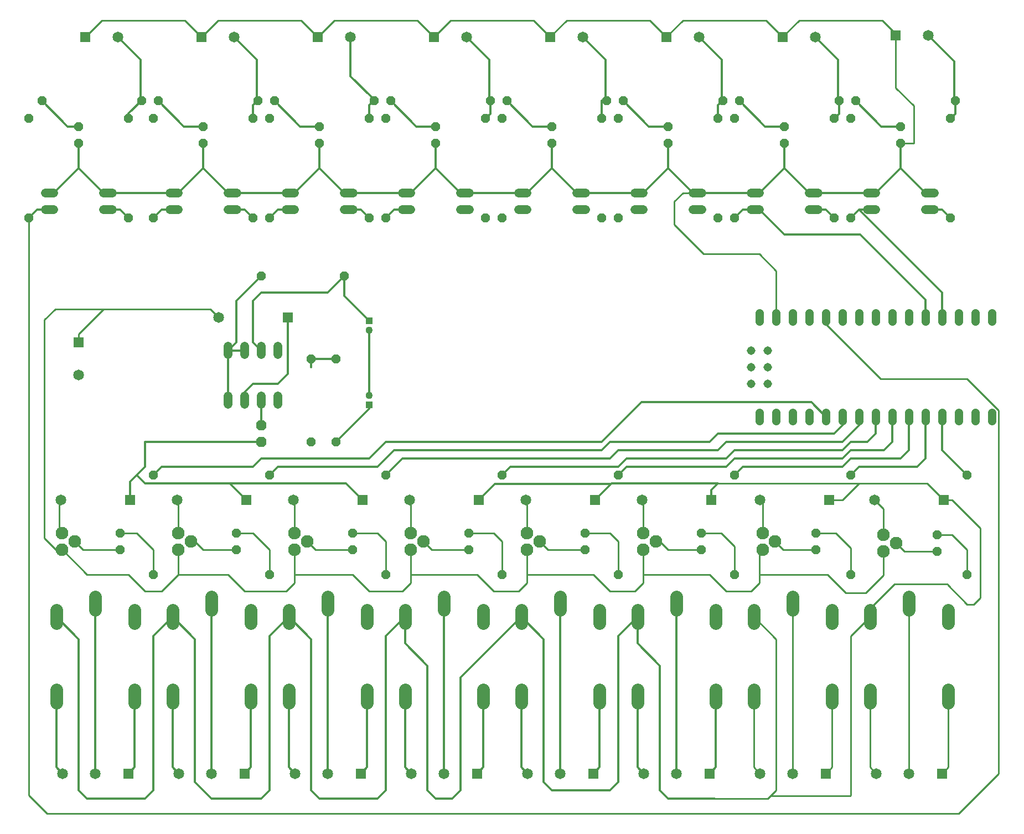
<source format=gbr>
G04 EAGLE Gerber RS-274X export*
G75*
%MOMM*%
%FSLAX34Y34*%
%LPD*%
%INBottom Copper*%
%IPPOS*%
%AMOC8*
5,1,8,0,0,1.08239X$1,22.5*%
G01*
G04 Define Apertures*
%ADD10C,1.108000*%
%ADD11R,1.108000X1.108000*%
%ADD12P,1.73204X8X292.5*%
%ADD13C,1.650000*%
%ADD14R,1.650000X1.650000*%
%ADD15C,1.320800*%
%ADD16C,1.981200*%
%ADD17P,1.42962X8X292.5*%
%ADD18P,1.42962X8X22.5*%
%ADD19P,1.42962X8X112.5*%
%ADD20P,1.42962X8X202.5*%
%ADD21C,1.930400*%
%ADD22C,1.308000*%
%ADD23C,1.308000*%
%ADD24C,0.304800*%
%ADD25C,0.254000*%
D10*
X558800Y693300D03*
D11*
X558800Y678300D03*
D10*
X558800Y792600D03*
D11*
X558800Y807600D03*
D12*
X393700Y647700D03*
X393700Y622300D03*
D13*
X328000Y812800D03*
D14*
X434000Y812800D03*
D13*
X1331300Y533400D03*
D14*
X1437300Y533400D03*
D13*
X1156040Y533400D03*
D14*
X1262040Y533400D03*
D13*
X975700Y533400D03*
D14*
X1081700Y533400D03*
D13*
X797900Y533400D03*
D14*
X903900Y533400D03*
D13*
X620100Y533400D03*
D14*
X726100Y533400D03*
D13*
X442300Y533400D03*
D14*
X548300Y533400D03*
D13*
X264500Y533400D03*
D14*
X370500Y533400D03*
D13*
X86700Y533400D03*
D14*
X192700Y533400D03*
D15*
X342900Y679196D02*
X342900Y692404D01*
X368300Y692404D02*
X368300Y679196D01*
X393700Y679196D02*
X393700Y692404D01*
X419100Y692404D02*
X419100Y679196D01*
X419100Y755396D02*
X419100Y768604D01*
X393700Y768604D02*
X393700Y755396D01*
X368300Y755396D02*
X368300Y768604D01*
X342900Y768604D02*
X342900Y755396D01*
D14*
X1078700Y114300D03*
D13*
X1028700Y114300D03*
X978700Y114300D03*
D14*
X900900Y114300D03*
D13*
X850900Y114300D03*
X800900Y114300D03*
D14*
X723100Y114300D03*
D13*
X673100Y114300D03*
X623100Y114300D03*
D14*
X545300Y114300D03*
D13*
X495300Y114300D03*
X445300Y114300D03*
D14*
X367500Y114300D03*
D13*
X317500Y114300D03*
X267500Y114300D03*
D14*
X189700Y114300D03*
D13*
X139700Y114300D03*
X89700Y114300D03*
D14*
X1363745Y1244420D03*
D13*
X1413745Y1244420D03*
D14*
X1191025Y1241880D03*
D13*
X1241025Y1241880D03*
D14*
X1013225Y1241880D03*
D13*
X1063225Y1241880D03*
D14*
X835425Y1241880D03*
D13*
X885425Y1241880D03*
D14*
X657625Y1241880D03*
D13*
X707625Y1241880D03*
D14*
X479825Y1241880D03*
D13*
X529825Y1241880D03*
D14*
X302025Y1241880D03*
D13*
X352025Y1241880D03*
D14*
X124225Y1241880D03*
D13*
X174225Y1241880D03*
D14*
X114300Y774300D03*
D13*
X114300Y724300D03*
D14*
X1434300Y114300D03*
D13*
X1384300Y114300D03*
X1334300Y114300D03*
D14*
X1256500Y114300D03*
D13*
X1206500Y114300D03*
X1156500Y114300D03*
D16*
X1206500Y364744D02*
X1206500Y384556D01*
X1146810Y364236D02*
X1146810Y344424D01*
X1266190Y344424D02*
X1266190Y364236D01*
X1266190Y242316D02*
X1266190Y222504D01*
X1146810Y222504D02*
X1146810Y242316D01*
X1384300Y364744D02*
X1384300Y384556D01*
X1324610Y364236D02*
X1324610Y344424D01*
X1443990Y344424D02*
X1443990Y364236D01*
X1443990Y242316D02*
X1443990Y222504D01*
X1324610Y222504D02*
X1324610Y242316D01*
X1028700Y364744D02*
X1028700Y384556D01*
X969010Y364236D02*
X969010Y344424D01*
X1088390Y344424D02*
X1088390Y364236D01*
X1088390Y242316D02*
X1088390Y222504D01*
X969010Y222504D02*
X969010Y242316D01*
X850900Y364744D02*
X850900Y384556D01*
X791210Y364236D02*
X791210Y344424D01*
X910590Y344424D02*
X910590Y364236D01*
X910590Y242316D02*
X910590Y222504D01*
X791210Y222504D02*
X791210Y242316D01*
X673100Y364744D02*
X673100Y384556D01*
X613410Y364236D02*
X613410Y344424D01*
X732790Y344424D02*
X732790Y364236D01*
X732790Y242316D02*
X732790Y222504D01*
X613410Y222504D02*
X613410Y242316D01*
X495300Y364744D02*
X495300Y384556D01*
X435610Y364236D02*
X435610Y344424D01*
X554990Y344424D02*
X554990Y364236D01*
X554990Y242316D02*
X554990Y222504D01*
X435610Y222504D02*
X435610Y242316D01*
X317500Y364744D02*
X317500Y384556D01*
X257810Y364236D02*
X257810Y344424D01*
X377190Y344424D02*
X377190Y364236D01*
X377190Y242316D02*
X377190Y222504D01*
X257810Y222504D02*
X257810Y242316D01*
X139700Y364744D02*
X139700Y384556D01*
X80010Y364236D02*
X80010Y344424D01*
X199390Y344424D02*
X199390Y364236D01*
X199390Y242316D02*
X199390Y222504D01*
X80010Y222504D02*
X80010Y242316D01*
D17*
X1371600Y1104900D03*
X1371600Y1079500D03*
X1193800Y1104900D03*
X1193800Y1079500D03*
X1016000Y1104900D03*
X1016000Y1079500D03*
X838200Y1104900D03*
X838200Y1079500D03*
X660400Y1104900D03*
X660400Y1079500D03*
X482600Y1104900D03*
X482600Y1079500D03*
X304800Y1104900D03*
X304800Y1079500D03*
X114300Y1104900D03*
X114300Y1079500D03*
X1427480Y480060D03*
X1427480Y454660D03*
X1242060Y482600D03*
X1242060Y457200D03*
X1066800Y482600D03*
X1066800Y457200D03*
X889000Y482600D03*
X889000Y457200D03*
X711200Y482600D03*
X711200Y457200D03*
X533400Y482600D03*
X533400Y457200D03*
X355600Y482600D03*
X355600Y457200D03*
X177800Y482600D03*
X177800Y457200D03*
D15*
X1409700Y977900D02*
X1422908Y977900D01*
X1422908Y1003300D02*
X1409700Y1003300D01*
X1333500Y1003300D02*
X1320292Y1003300D01*
X1320292Y977900D02*
X1333500Y977900D01*
X1245108Y977900D02*
X1231900Y977900D01*
X1231900Y1003300D02*
X1245108Y1003300D01*
X1155700Y1003300D02*
X1142492Y1003300D01*
X1142492Y977900D02*
X1155700Y977900D01*
X1067308Y977900D02*
X1054100Y977900D01*
X1054100Y1003300D02*
X1067308Y1003300D01*
X977900Y1003300D02*
X964692Y1003300D01*
X964692Y977900D02*
X977900Y977900D01*
X889508Y977900D02*
X876300Y977900D01*
X876300Y1003300D02*
X889508Y1003300D01*
X800100Y1003300D02*
X786892Y1003300D01*
X786892Y977900D02*
X800100Y977900D01*
X711708Y977900D02*
X698500Y977900D01*
X698500Y1003300D02*
X711708Y1003300D01*
X622300Y1003300D02*
X609092Y1003300D01*
X609092Y977900D02*
X622300Y977900D01*
X533908Y977900D02*
X520700Y977900D01*
X520700Y1003300D02*
X533908Y1003300D01*
X444500Y1003300D02*
X431292Y1003300D01*
X431292Y977900D02*
X444500Y977900D01*
X356108Y977900D02*
X342900Y977900D01*
X342900Y1003300D02*
X356108Y1003300D01*
X266700Y1003300D02*
X253492Y1003300D01*
X253492Y977900D02*
X266700Y977900D01*
X165608Y977900D02*
X152400Y977900D01*
X152400Y1003300D02*
X165608Y1003300D01*
X76200Y1003300D02*
X62992Y1003300D01*
X62992Y977900D02*
X76200Y977900D01*
D17*
X939800Y571500D03*
X939800Y419100D03*
X762000Y571500D03*
X762000Y419100D03*
X584200Y571500D03*
X584200Y419100D03*
X406400Y571500D03*
X406400Y419100D03*
X228600Y571500D03*
X228600Y419100D03*
D18*
X1302177Y1144642D03*
X1454577Y1144642D03*
D19*
X1447800Y965200D03*
X1447800Y1117600D03*
D17*
X1295400Y1117600D03*
X1295400Y965200D03*
D18*
X1124377Y1144642D03*
X1276777Y1144642D03*
D19*
X1270000Y965200D03*
X1270000Y1117600D03*
D17*
X1117600Y1117600D03*
X1117600Y965200D03*
D18*
X946577Y1144642D03*
X1098977Y1144642D03*
D19*
X1092200Y965200D03*
X1092200Y1117600D03*
D17*
X939800Y1117600D03*
X939800Y965200D03*
D18*
X768777Y1144642D03*
X921177Y1144642D03*
D19*
X914400Y965200D03*
X914400Y1117600D03*
D17*
X762000Y1117600D03*
X762000Y965200D03*
D18*
X590977Y1144642D03*
X743377Y1144642D03*
D19*
X736600Y965200D03*
X736600Y1117600D03*
D17*
X584200Y1117600D03*
X584200Y965200D03*
D18*
X413177Y1144642D03*
X565577Y1144642D03*
D19*
X558800Y965200D03*
X558800Y1117600D03*
D17*
X406400Y1117600D03*
X406400Y965200D03*
D18*
X235377Y1144642D03*
X387777Y1144642D03*
D19*
X381000Y965200D03*
X381000Y1117600D03*
D17*
X228600Y1117600D03*
X228600Y965200D03*
D18*
X57577Y1144642D03*
X209977Y1144642D03*
D19*
X190500Y965200D03*
X190500Y1117600D03*
D17*
X38100Y1117600D03*
X38100Y965200D03*
D20*
X520700Y876300D03*
X393700Y876300D03*
D19*
X469900Y622300D03*
X469900Y749300D03*
X508000Y622300D03*
X508000Y749300D03*
D17*
X1473200Y571500D03*
X1473200Y419100D03*
X1295400Y571500D03*
X1295400Y419100D03*
X1117600Y571500D03*
X1117600Y419100D03*
D21*
X1345185Y454660D03*
X1364235Y467360D03*
X1345185Y480060D03*
X1160273Y456693D03*
X1179323Y469393D03*
X1160273Y482093D03*
X977900Y457200D03*
X996950Y469900D03*
X977900Y482600D03*
X800100Y457200D03*
X819150Y469900D03*
X800100Y482600D03*
X622300Y457200D03*
X641350Y469900D03*
X622300Y482600D03*
X444500Y457200D03*
X463550Y469900D03*
X444500Y482600D03*
X266700Y457200D03*
X285750Y469900D03*
X266700Y482600D03*
X88900Y457200D03*
X107950Y469900D03*
X88900Y482600D03*
D22*
X1155700Y653860D02*
X1155700Y666940D01*
X1181100Y666940D02*
X1181100Y653860D01*
X1206500Y653860D02*
X1206500Y666940D01*
X1231900Y666940D02*
X1231900Y653860D01*
X1257300Y653860D02*
X1257300Y666940D01*
X1282700Y666940D02*
X1282700Y653860D01*
X1308100Y653860D02*
X1308100Y666940D01*
X1333500Y666940D02*
X1333500Y653860D01*
X1358900Y653860D02*
X1358900Y666940D01*
X1384300Y666940D02*
X1384300Y653860D01*
X1409700Y653860D02*
X1409700Y666940D01*
X1435100Y666940D02*
X1435100Y653860D01*
X1155700Y806260D02*
X1155700Y819340D01*
X1181100Y819340D02*
X1181100Y806260D01*
X1206500Y806260D02*
X1206500Y819340D01*
X1358900Y819340D02*
X1358900Y806260D01*
X1384300Y806260D02*
X1384300Y819340D01*
X1409700Y819340D02*
X1409700Y806260D01*
X1435100Y806260D02*
X1435100Y819340D01*
X1511300Y819340D02*
X1511300Y806260D01*
X1511300Y666940D02*
X1511300Y653860D01*
X1485900Y653860D02*
X1485900Y666940D01*
X1460500Y666940D02*
X1460500Y653860D01*
X1485900Y806260D02*
X1485900Y819340D01*
X1460500Y819340D02*
X1460500Y806260D01*
X1231900Y806260D02*
X1231900Y819340D01*
D23*
X1168400Y762000D03*
X1168400Y736600D03*
X1168400Y711200D03*
D22*
X1333500Y806260D02*
X1333500Y819340D01*
X1308100Y819340D02*
X1308100Y806260D01*
X1282700Y806260D02*
X1282700Y819340D01*
X1257300Y819340D02*
X1257300Y806260D01*
D23*
X1143000Y762000D03*
X1143000Y736600D03*
X1143000Y711200D03*
D24*
X114300Y320040D02*
X80010Y354330D01*
X114300Y88900D02*
X127000Y76200D01*
X215900Y76200D01*
X228600Y88900D01*
X228600Y325120D02*
X257810Y354330D01*
X114300Y320040D02*
X114300Y88900D01*
X228600Y88900D02*
X228600Y325120D01*
X257810Y354330D02*
X292100Y320040D01*
X292100Y101600D02*
X317500Y76200D01*
X393700Y76200D01*
X406400Y88900D01*
X406400Y325120D02*
X435610Y354330D01*
X292100Y320040D02*
X292100Y101600D01*
X406400Y88900D02*
X406400Y325120D01*
X435610Y354330D02*
X469900Y320040D01*
X469900Y88900D02*
X482600Y76200D01*
X571500Y76200D02*
X584200Y88900D01*
X584200Y325120D02*
X613410Y354330D01*
X469900Y320040D02*
X469900Y88900D01*
X482600Y76200D02*
X571500Y76200D01*
X584200Y88900D02*
X584200Y325120D01*
X613410Y313690D02*
X613410Y354330D01*
X647700Y279400D02*
X647700Y88900D01*
X660400Y76200D01*
X685800Y76200D02*
X698500Y88900D01*
X698500Y261620D02*
X791210Y354330D01*
X647700Y279400D02*
X613410Y313690D01*
X660400Y76200D02*
X685800Y76200D01*
X698500Y88900D02*
X698500Y261620D01*
X791210Y354330D02*
X825500Y320040D01*
X825500Y101600D01*
X838200Y88900D01*
X927100Y88900D02*
X939800Y101600D01*
X939800Y325120D02*
X969010Y354330D01*
X927100Y88900D02*
X838200Y88900D01*
X939800Y101600D02*
X939800Y325120D01*
X969010Y313690D02*
X969010Y354330D01*
X1003300Y279400D02*
X1003300Y88900D01*
X1016000Y76200D01*
X1003300Y279400D02*
X969010Y313690D01*
X1016000Y76200D02*
X1087120Y76200D01*
X370500Y533400D02*
X345100Y558800D01*
X215900Y558800D02*
X203200Y571500D01*
X192700Y561000D01*
X192700Y533400D01*
X215900Y558800D02*
X345100Y558800D01*
X215900Y584200D02*
X203200Y571500D01*
X215900Y584200D02*
X215900Y622300D01*
X393700Y622300D01*
X345100Y558800D02*
X522900Y558800D01*
X508000Y622300D02*
X558800Y673100D01*
X558800Y678300D01*
X1081700Y548300D02*
X1092200Y558800D01*
X1081700Y548300D02*
X1081700Y533400D01*
X1092200Y558800D02*
X929300Y558800D01*
X928200Y557700D01*
X903900Y533400D01*
X928200Y557700D02*
X750400Y557700D01*
X726100Y533400D01*
D25*
X1092200Y558800D02*
X1308100Y558800D01*
X1411900Y558800D01*
X1437300Y533400D01*
X1181100Y320040D02*
X1146810Y354330D01*
X1181100Y320040D02*
X1181100Y88900D01*
X1172210Y80010D01*
X1168400Y76200D01*
X1087120Y76200D01*
X1172210Y80010D02*
X1294130Y80010D01*
X1295400Y81280D01*
X1295400Y325120D01*
X1324610Y354330D01*
X1282700Y533400D02*
X1262040Y533400D01*
X1282700Y533400D02*
X1308100Y558800D01*
X1361520Y403940D02*
X1324610Y367030D01*
X1324610Y354330D01*
X1361520Y403940D02*
X1442960Y403940D01*
X1442960Y403620D01*
X1473200Y373380D01*
X1483360Y373380D01*
X1493520Y383540D01*
X1493520Y490220D01*
X1450340Y533400D01*
X1437300Y533400D01*
X548300Y533400D02*
X522900Y558800D01*
X1364235Y467360D02*
X1376935Y454660D01*
X1427480Y454660D01*
D24*
X1473200Y571500D02*
X1435100Y609600D01*
X1435100Y660400D01*
D25*
X1450340Y480060D02*
X1473200Y457200D01*
X1473200Y419100D01*
X1450340Y480060D02*
X1427480Y480060D01*
X1345185Y519515D02*
X1331300Y533400D01*
X1345185Y519515D02*
X1345185Y480060D01*
X1443990Y232410D02*
X1443990Y123990D01*
X1434300Y114300D01*
X1384300Y114300D02*
X1384300Y374650D01*
X1324610Y232410D02*
X1324610Y123990D01*
X1334300Y114300D01*
X1242060Y457200D02*
X1191515Y457200D01*
X1179323Y469393D01*
D24*
X1295400Y571500D02*
X1308100Y584200D01*
X1397000Y584200D01*
X1409700Y596900D01*
X1409700Y660400D01*
D25*
X1272540Y482600D02*
X1242060Y482600D01*
X1272540Y482600D02*
X1295400Y459740D01*
X1295400Y419100D01*
X1160273Y482093D02*
X1160273Y529167D01*
X1156040Y533400D01*
X1266190Y232410D02*
X1266190Y123990D01*
X1256500Y114300D01*
X1206500Y114300D02*
X1206500Y374650D01*
X1146810Y232410D02*
X1146810Y123990D01*
X1156500Y114300D01*
X1003300Y469900D02*
X996950Y469900D01*
X1003300Y469900D02*
X1016000Y457200D01*
X1066800Y457200D01*
D24*
X1117600Y571500D02*
X1130300Y584200D01*
X1282700Y584200D02*
X1295400Y596900D01*
X1371600Y596900D01*
X1384300Y609600D01*
X1384300Y660400D01*
X1282700Y584200D02*
X1130300Y584200D01*
D25*
X1097280Y482600D02*
X1066800Y482600D01*
X1097280Y482600D02*
X1117600Y462280D01*
X1117600Y419100D01*
X977900Y531200D02*
X975700Y533400D01*
X977900Y531200D02*
X977900Y482600D01*
D24*
X1088390Y232410D02*
X1088390Y123990D01*
X1078700Y114300D01*
X1028700Y114300D02*
X1028700Y374650D01*
X969010Y232410D02*
X969010Y123990D01*
X978700Y114300D01*
D25*
X831850Y457200D02*
X819150Y469900D01*
X831850Y457200D02*
X889000Y457200D01*
D24*
X939800Y571500D02*
X952500Y584200D01*
X1104900Y584200D02*
X1117600Y596900D01*
X1282700Y596900D02*
X1295400Y609600D01*
X1346200Y609600D01*
X1358900Y622300D01*
X1358900Y660400D01*
X1104900Y584200D02*
X952500Y584200D01*
X1117600Y596900D02*
X1282700Y596900D01*
D25*
X927100Y482600D02*
X889000Y482600D01*
X927100Y482600D02*
X939800Y469900D01*
X939800Y419100D01*
X800100Y531200D02*
X797900Y533400D01*
X800100Y531200D02*
X800100Y482600D01*
D24*
X910590Y232410D02*
X910590Y123990D01*
X900900Y114300D01*
X850900Y114300D02*
X850900Y374650D01*
X791210Y232410D02*
X791210Y123990D01*
X800900Y114300D01*
D25*
X654050Y457200D02*
X641350Y469900D01*
X654050Y457200D02*
X711200Y457200D01*
D24*
X762000Y571500D02*
X774700Y584200D01*
X939800Y584200D02*
X952500Y596900D01*
X1104900Y596900D02*
X1117600Y609600D01*
X1282700Y609600D01*
X1295400Y622300D01*
X1320800Y622300D01*
X1333500Y635000D01*
X1333500Y660400D01*
X939800Y584200D02*
X774700Y584200D01*
X952500Y596900D02*
X1104900Y596900D01*
D25*
X749300Y482600D02*
X711200Y482600D01*
X749300Y482600D02*
X762000Y469900D01*
X762000Y419100D01*
X622300Y531200D02*
X620100Y533400D01*
X622300Y531200D02*
X622300Y482600D01*
D24*
X732790Y232410D02*
X732790Y123990D01*
X723100Y114300D01*
X673100Y114300D02*
X673100Y374650D01*
X613410Y232410D02*
X613410Y123990D01*
X623100Y114300D01*
D25*
X476250Y457200D02*
X463550Y469900D01*
X476250Y457200D02*
X533400Y457200D01*
D24*
X584200Y571500D02*
X609600Y596900D01*
X927100Y596900D01*
X939800Y609600D01*
X1092200Y609600D01*
X1104900Y622300D01*
X1282700Y622300D01*
X1308100Y647700D02*
X1308100Y660400D01*
X1308100Y647700D02*
X1282700Y622300D01*
D25*
X571500Y482600D02*
X533400Y482600D01*
X571500Y482600D02*
X584200Y469900D01*
X584200Y419100D01*
X444500Y531200D02*
X442300Y533400D01*
X444500Y531200D02*
X444500Y482600D01*
D24*
X554990Y232410D02*
X554990Y123990D01*
X545300Y114300D01*
X495300Y114300D02*
X495300Y374650D01*
X435610Y232410D02*
X435610Y123990D01*
X445300Y114300D01*
D25*
X292100Y469900D02*
X285750Y469900D01*
X292100Y469900D02*
X304800Y457200D01*
X355600Y457200D01*
D24*
X406400Y571500D02*
X419100Y584200D01*
X571500Y584200D02*
X596900Y609600D01*
X914400Y609600D01*
X927100Y622300D01*
X1079500Y622300D01*
X1092200Y635000D01*
X1270000Y635000D01*
X1282700Y647700D01*
X1282700Y660400D01*
X571500Y584200D02*
X419100Y584200D01*
D25*
X381000Y482600D02*
X355600Y482600D01*
X381000Y482600D02*
X406400Y457200D01*
X406400Y419100D01*
X266700Y531200D02*
X264500Y533400D01*
X266700Y531200D02*
X266700Y482600D01*
D24*
X377190Y232410D02*
X377190Y123990D01*
X367500Y114300D01*
X317500Y114300D02*
X317500Y374650D01*
X257810Y232410D02*
X257810Y123990D01*
X267500Y114300D01*
D25*
X177800Y457200D02*
X120650Y457200D01*
X107950Y469900D01*
D24*
X228600Y571500D02*
X241300Y584200D01*
X381000Y584200D01*
X393700Y596900D01*
X558800Y596900D01*
X584200Y622300D01*
X914400Y622300D01*
X974852Y682752D01*
X1234948Y682752D01*
X1257300Y660400D01*
D25*
X203200Y482600D02*
X177800Y482600D01*
X228600Y457200D02*
X228600Y419100D01*
X228600Y457200D02*
X203200Y482600D01*
X83900Y487600D02*
X83900Y530600D01*
X83900Y487600D02*
X88900Y482600D01*
X83900Y530600D02*
X86700Y533400D01*
D24*
X199390Y123990D02*
X189700Y114300D01*
X199390Y123990D02*
X199390Y232410D01*
X139700Y114300D02*
X139700Y374650D01*
X80010Y232410D02*
X80010Y123990D01*
X89700Y114300D01*
X1341919Y1104900D02*
X1371600Y1104900D01*
X1341919Y1104900D02*
X1302177Y1144642D01*
X1447800Y1117600D02*
X1454577Y1124377D01*
X1454577Y1144642D01*
X1453320Y1204846D02*
X1413745Y1244420D01*
X1453320Y1204846D02*
X1453320Y1145899D01*
X1454577Y1144642D01*
X1435100Y977900D02*
X1409700Y977900D01*
X1435100Y977900D02*
X1447800Y965200D01*
X1435100Y850900D02*
X1308100Y977900D01*
X1435100Y850900D02*
X1435100Y812800D01*
X1295400Y965200D02*
X1308100Y977900D01*
X1333500Y977900D01*
X1193800Y1104900D02*
X1164119Y1104900D01*
X1124377Y1144642D01*
X1276777Y1144642D02*
X1276777Y1124377D01*
X1270000Y1117600D01*
X1275520Y1207386D02*
X1241025Y1241880D01*
X1275520Y1207386D02*
X1275520Y1145899D01*
X1276777Y1144642D01*
X1257300Y977900D02*
X1231900Y977900D01*
X1257300Y977900D02*
X1270000Y965200D01*
X1193800Y939800D02*
X1155700Y977900D01*
X1409700Y839354D02*
X1409700Y812800D01*
X1309254Y939800D02*
X1193800Y939800D01*
X1309254Y939800D02*
X1409700Y839354D01*
X1130300Y977900D02*
X1117600Y965200D01*
X1130300Y977900D02*
X1155700Y977900D01*
X1016000Y1104900D02*
X986319Y1104900D01*
X946577Y1144642D01*
X1092200Y1137865D02*
X1092200Y1117600D01*
X1092200Y1137865D02*
X1098977Y1144642D01*
X1097720Y1207386D02*
X1063225Y1241880D01*
X1097720Y1207386D02*
X1097720Y1145899D01*
X1098977Y1144642D01*
X838200Y1104900D02*
X808519Y1104900D01*
X768777Y1144642D01*
X914400Y1144642D02*
X914400Y1117600D01*
X914400Y1144642D02*
X921177Y1144642D01*
X919920Y1207386D02*
X885425Y1241880D01*
X919920Y1207386D02*
X919920Y1145899D01*
X921177Y1144642D01*
X660400Y1104900D02*
X630719Y1104900D01*
X590977Y1144642D01*
X743377Y1144642D02*
X743377Y1124377D01*
X736600Y1117600D01*
X742120Y1207386D02*
X707625Y1241880D01*
X742120Y1207386D02*
X742120Y1145899D01*
X743377Y1144642D01*
X596900Y977900D02*
X584200Y965200D01*
X596900Y977900D02*
X622300Y977900D01*
X482600Y1104900D02*
X452919Y1104900D01*
X413177Y1144642D01*
X558800Y1137865D02*
X558800Y1117600D01*
X558800Y1137865D02*
X565577Y1144642D01*
X561529Y1148690D02*
X561529Y1149921D01*
X561529Y1148690D02*
X565577Y1144642D01*
X561529Y1149921D02*
X529825Y1181625D01*
X529825Y1241880D01*
X520700Y977900D02*
X546100Y977900D01*
X558800Y965200D01*
X419100Y977900D02*
X406400Y965200D01*
X419100Y977900D02*
X444500Y977900D01*
X304800Y1104900D02*
X275119Y1104900D01*
X235377Y1144642D01*
X381000Y1137865D02*
X381000Y1117600D01*
X381000Y1137865D02*
X387777Y1144642D01*
X386520Y1207386D02*
X352025Y1241880D01*
X386520Y1207386D02*
X386520Y1145899D01*
X387777Y1144642D01*
X368300Y977900D02*
X342900Y977900D01*
X368300Y977900D02*
X381000Y965200D01*
X241300Y977900D02*
X228600Y965200D01*
X241300Y977900D02*
X266700Y977900D01*
X114300Y1104900D02*
X97319Y1104900D01*
X57577Y1144642D01*
X190500Y1125165D02*
X209977Y1144642D01*
X190500Y1125165D02*
X190500Y1117600D01*
X208720Y1207386D02*
X174225Y1241880D01*
X208720Y1207386D02*
X208720Y1145899D01*
X209977Y1144642D01*
X177800Y977900D02*
X152400Y977900D01*
X177800Y977900D02*
X190500Y965200D01*
X50800Y977900D02*
X38100Y965200D01*
X50800Y977900D02*
X76200Y977900D01*
D25*
X66040Y53340D02*
X1460500Y53340D01*
X1341120Y718820D02*
X1257300Y802640D01*
X1257300Y812800D01*
X38100Y965200D02*
X38100Y81280D01*
X66040Y53340D01*
X1460500Y53340D02*
X1521460Y114300D01*
X1521460Y669980D01*
X1472620Y718820D01*
X1341120Y718820D01*
D24*
X393700Y876300D02*
X355600Y838200D01*
X355600Y774700D02*
X342900Y762000D01*
X355600Y774700D02*
X355600Y838200D01*
X342900Y762000D02*
X342900Y685800D01*
X342900Y762000D02*
X368300Y762000D01*
X434000Y726100D02*
X434000Y812800D01*
X419100Y711200D02*
X381000Y711200D01*
X368300Y698500D01*
X368300Y685800D01*
X419100Y711200D02*
X434000Y726100D01*
X393700Y685800D02*
X393700Y647700D01*
X469900Y736600D02*
X469900Y749300D01*
X508000Y749300D01*
X558800Y807600D02*
X520700Y845700D01*
X520700Y876300D01*
X495300Y850900D01*
X393700Y850900D02*
X381000Y838200D01*
X381000Y774700D02*
X393700Y762000D01*
X393700Y850900D02*
X495300Y850900D01*
X381000Y838200D02*
X381000Y774700D01*
X558800Y792600D02*
X558800Y693300D01*
X1371600Y1041400D02*
X1409700Y1003300D01*
X1371600Y1041400D02*
X1371600Y1079500D01*
X1371600Y1041400D02*
X1333500Y1003300D01*
X1231900Y1003300D02*
X1193800Y1041400D01*
X1193800Y1079500D01*
X1193800Y1041400D02*
X1155700Y1003300D01*
X1054100Y1003300D02*
X1016000Y1041400D01*
X1016000Y1079500D01*
X1016000Y1041400D02*
X977900Y1003300D01*
X876300Y1003300D02*
X838200Y1041400D01*
X838200Y1079500D01*
X838200Y1041400D02*
X800100Y1003300D01*
X698500Y1003300D02*
X660400Y1041400D01*
X660400Y1079500D01*
X660400Y1041400D02*
X622300Y1003300D01*
X520700Y1003300D02*
X482600Y1041400D01*
X482600Y1079500D01*
X482600Y1041400D02*
X444500Y1003300D01*
X342900Y1003300D02*
X304800Y1041400D01*
X304800Y1079500D01*
X304800Y1041400D02*
X266700Y1003300D01*
X152400Y1003300D02*
X114300Y1041400D01*
X114300Y1079500D01*
X114300Y1041400D02*
X76200Y1003300D01*
X520700Y1003300D02*
X622300Y1003300D01*
X698500Y1003300D02*
X800100Y1003300D01*
X876300Y1003300D02*
X977900Y1003300D01*
X266700Y1003300D02*
X152400Y1003300D01*
X342900Y1003300D02*
X444500Y1003300D01*
X1054100Y1003300D02*
X1155700Y1003300D01*
X1231900Y1003300D02*
X1333500Y1003300D01*
D25*
X328000Y812800D02*
X315300Y825500D01*
X152400Y825500D01*
X114300Y787400D01*
X114300Y774300D01*
X124225Y1241880D02*
X149625Y1267280D01*
X276625Y1267280D02*
X302025Y1241880D01*
X276625Y1267280D02*
X149625Y1267280D01*
X302025Y1241880D02*
X327425Y1267280D01*
X454025Y1267280D01*
X479425Y1241880D01*
X479825Y1241880D01*
X505225Y1267280D01*
X632225Y1267280D02*
X657625Y1241880D01*
X632225Y1267280D02*
X505225Y1267280D01*
X657625Y1241880D02*
X683025Y1267280D01*
X810025Y1267280D02*
X835425Y1241880D01*
X810025Y1267280D02*
X683025Y1267280D01*
X835425Y1242280D02*
X835425Y1241880D01*
X835425Y1242280D02*
X860425Y1267280D01*
X987825Y1267280D02*
X1013225Y1241880D01*
X987825Y1267280D02*
X860425Y1267280D01*
X1013225Y1242280D02*
X1013225Y1241880D01*
X1013225Y1242280D02*
X1038225Y1267280D01*
X1165625Y1267280D02*
X1191025Y1241880D01*
X1165625Y1267280D02*
X1038225Y1267280D01*
X1191025Y1242280D02*
X1191025Y1241880D01*
X1191025Y1242280D02*
X1216025Y1267280D01*
X1343025Y1267280D01*
X1363745Y1246560D01*
X1363745Y1244420D01*
X1363745Y1163998D01*
X1391077Y1136666D01*
X1391077Y1079500D01*
X1371600Y1079500D01*
X91567Y454533D02*
X88900Y457200D01*
X91567Y454533D02*
X127000Y419100D01*
X190500Y419100D02*
X215900Y393700D01*
X241300Y393700D01*
X266700Y419100D01*
X266700Y457200D01*
X190500Y419100D02*
X127000Y419100D01*
X266700Y419100D02*
X342900Y419100D01*
X368300Y393700D01*
X431800Y393700D01*
X444500Y406400D01*
X444500Y419100D01*
X444500Y457200D01*
X444500Y419100D02*
X533400Y419100D01*
X558800Y393700D02*
X609600Y393700D01*
X622300Y406400D01*
X622300Y419100D01*
X622300Y457200D01*
X558800Y393700D02*
X533400Y419100D01*
X622300Y419100D02*
X723900Y419100D01*
X749300Y393700D01*
X787400Y393700D01*
X800100Y406400D01*
X800100Y419100D01*
X800100Y457200D01*
X800100Y419100D02*
X901700Y419100D01*
X927100Y393700D01*
X965200Y393700D01*
X977900Y406400D01*
X977900Y419100D01*
X977900Y457200D01*
X977900Y419100D02*
X1079500Y419100D01*
X1104900Y393700D01*
X1143000Y393700D01*
X1155700Y406400D01*
X1155700Y419100D01*
X1155700Y452120D01*
X1160273Y456693D01*
X1155700Y419100D02*
X1259840Y419100D01*
X1287780Y391160D01*
X1318260Y391160D01*
X1345185Y418085D01*
X1345185Y454660D01*
X1054100Y1003300D02*
X1038300Y1003300D01*
X1025000Y990000D01*
X1025000Y955000D01*
X1070000Y910000D01*
X1155000Y910000D01*
X1181100Y883900D01*
X1181100Y812800D01*
X152400Y825500D02*
X77978Y825500D01*
X61722Y809244D01*
X61722Y474853D01*
X82042Y454533D01*
X91567Y454533D01*
M02*

</source>
